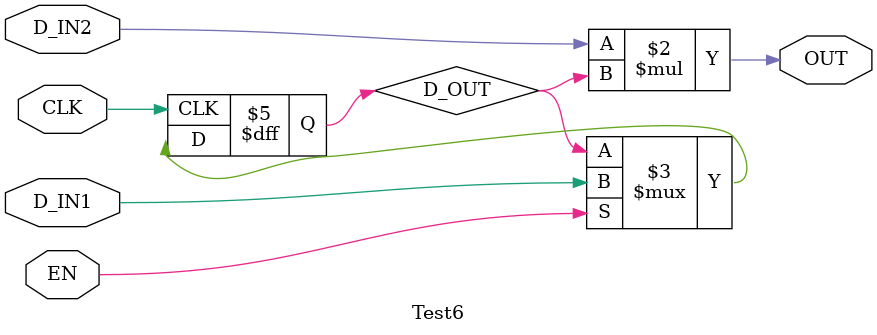
<source format=v>
`timescale 1ns / 1ps
module Test6(input CLK, input EN, input D_IN1, input D_IN2, output reg OUT);

    reg D_OUT;
    always@(posedge CLK) begin
        if(EN)
            D_OUT <= D_IN1;
    end
    assign OUT = D_IN2 * D_OUT;
endmodule
</source>
